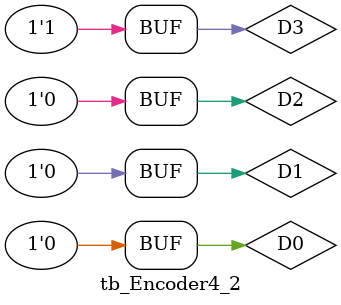
<source format=v>
module Encoder4_2(D0, D1, D2, D3, Y1, Y0);
    input D0, D1, D2, D3;
    output Y1, Y0;
    or g1(Y1, D2, D3);
    or g2(Y0, D1, D3);

endmodule

// ---------------- Testbench ----------------
module tb_Encoder4_2;
    reg D0, D1, D2, D3;
    wire Y1, Y0;

    Encoder4_2 uut(D0, D1, D2, D3, Y1, Y0);

    initial begin
        $display("Testing 4:2 Encoder");
        D0 = 1; D1 = 0; D2 = 0; D3 = 0; #10;
        D0 = 0; D1 = 1; D2 = 0; D3 = 0; #10;
        D0 = 0; D1 = 0; D2 = 1; D3 = 0; #10;
        D0 = 0; D1 = 0; D2 = 0; D3 = 1; #10;
        $display("4:2 Encoder test finished");
    end
endmodule

</source>
